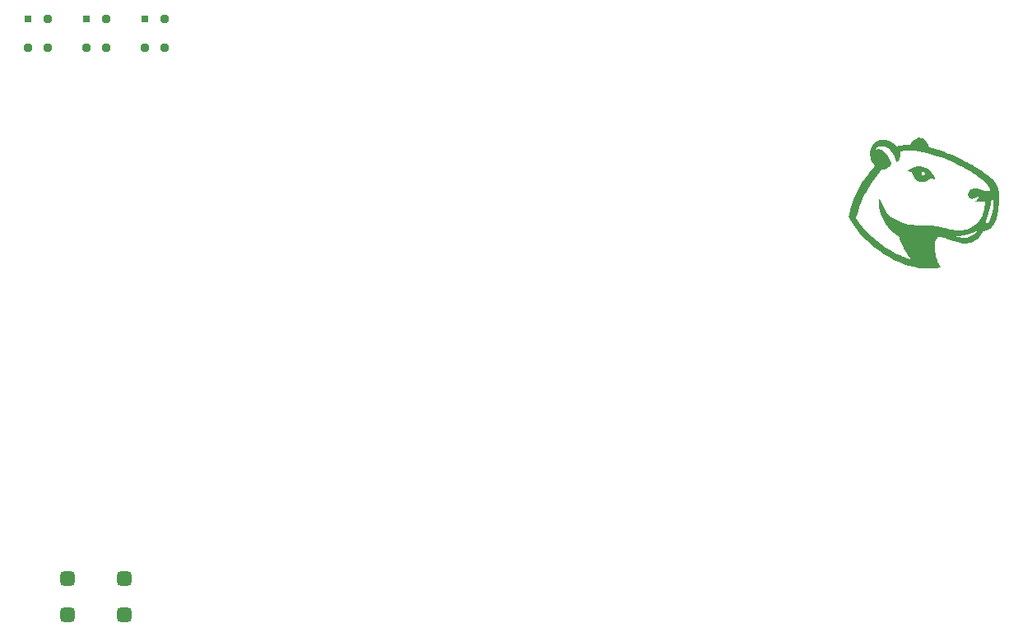
<source format=gbr>
%TF.GenerationSoftware,KiCad,Pcbnew,9.0.0*%
%TF.CreationDate,2025-08-07T18:41:01+03:00*%
%TF.ProjectId,keyatura,6b657961-7475-4726-912e-6b696361645f,rev?*%
%TF.SameCoordinates,Original*%
%TF.FileFunction,Paste,Top*%
%TF.FilePolarity,Positive*%
%FSLAX46Y46*%
G04 Gerber Fmt 4.6, Leading zero omitted, Abs format (unit mm)*
G04 Created by KiCad (PCBNEW 9.0.0) date 2025-08-07 18:41:01*
%MOMM*%
%LPD*%
G01*
G04 APERTURE LIST*
G04 Aperture macros list*
%AMRoundRect*
0 Rectangle with rounded corners*
0 $1 Rounding radius*
0 $2 $3 $4 $5 $6 $7 $8 $9 X,Y pos of 4 corners*
0 Add a 4 corners polygon primitive as box body*
4,1,4,$2,$3,$4,$5,$6,$7,$8,$9,$2,$3,0*
0 Add four circle primitives for the rounded corners*
1,1,$1+$1,$2,$3*
1,1,$1+$1,$4,$5*
1,1,$1+$1,$6,$7*
1,1,$1+$1,$8,$9*
0 Add four rect primitives between the rounded corners*
20,1,$1+$1,$2,$3,$4,$5,0*
20,1,$1+$1,$4,$5,$6,$7,0*
20,1,$1+$1,$6,$7,$8,$9,0*
20,1,$1+$1,$8,$9,$2,$3,0*%
G04 Aperture macros list end*
%ADD10C,0.000000*%
%ADD11RoundRect,0.200000X-0.200000X-0.200000X0.200000X-0.200000X0.200000X0.200000X-0.200000X0.200000X0*%
%ADD12R,0.800000X0.800000*%
%ADD13RoundRect,0.375000X0.375000X0.375000X-0.375000X0.375000X-0.375000X-0.375000X0.375000X-0.375000X0*%
G04 APERTURE END LIST*
D10*
%TO.C,G\u002A\u002A\u002A*%
G36*
X239305417Y-96981405D02*
G01*
X239485061Y-97038587D01*
X239651529Y-97131563D01*
X239802233Y-97258512D01*
X239934586Y-97417613D01*
X239943434Y-97430400D01*
X239990737Y-97508762D01*
X240037250Y-97601423D01*
X240078606Y-97697785D01*
X240110436Y-97787249D01*
X240128374Y-97859218D01*
X240130769Y-97885026D01*
X240138200Y-97920297D01*
X240146368Y-97930719D01*
X240169283Y-97938729D01*
X240223782Y-97955286D01*
X240303758Y-97978608D01*
X240403106Y-98006918D01*
X240515722Y-98038436D01*
X240522483Y-98040312D01*
X240824654Y-98126743D01*
X241113000Y-98215063D01*
X241392750Y-98307343D01*
X241669136Y-98405650D01*
X241947390Y-98512056D01*
X242232742Y-98628629D01*
X242530423Y-98757440D01*
X242845665Y-98900558D01*
X243183699Y-99060052D01*
X243549755Y-99237992D01*
X243550000Y-99238113D01*
X243836653Y-99380242D01*
X244093211Y-99510034D01*
X244325410Y-99630743D01*
X244538987Y-99745624D01*
X244739678Y-99857929D01*
X244933220Y-99970914D01*
X245125349Y-100087831D01*
X245321803Y-100211935D01*
X245528317Y-100346480D01*
X245669719Y-100440442D01*
X245947107Y-100630523D01*
X246190825Y-100807519D01*
X246403248Y-100973435D01*
X246586754Y-101130274D01*
X246743719Y-101280041D01*
X246876518Y-101424740D01*
X246959500Y-101528231D01*
X247048443Y-101662403D01*
X247134531Y-101821350D01*
X247211077Y-101990956D01*
X247271397Y-102157107D01*
X247292657Y-102231615D01*
X247313635Y-102323417D01*
X247330242Y-102419828D01*
X247342655Y-102525351D01*
X247351051Y-102644489D01*
X247355608Y-102781745D01*
X247356503Y-102941621D01*
X247353912Y-103128620D01*
X247348013Y-103347245D01*
X247342689Y-103502941D01*
X247328617Y-103822470D01*
X247310420Y-104107465D01*
X247287262Y-104362328D01*
X247258311Y-104591463D01*
X247222732Y-104799274D01*
X247179691Y-104990164D01*
X247128356Y-105168535D01*
X247067890Y-105338792D01*
X246997462Y-105505338D01*
X246941140Y-105623371D01*
X246820091Y-105846512D01*
X246695682Y-106033827D01*
X246564272Y-106188565D01*
X246422220Y-106313975D01*
X246265885Y-106413307D01*
X246091626Y-106489811D01*
X245910350Y-106543305D01*
X245823016Y-106564995D01*
X245765252Y-106582660D01*
X245728461Y-106600659D01*
X245704047Y-106623352D01*
X245683412Y-106655097D01*
X245680787Y-106659712D01*
X245607227Y-106776781D01*
X245512392Y-106908133D01*
X245404837Y-107042809D01*
X245293115Y-107169849D01*
X245236369Y-107229096D01*
X245048034Y-107400541D01*
X244850886Y-107542762D01*
X244643162Y-107655887D01*
X244423099Y-107740048D01*
X244188934Y-107795373D01*
X243938904Y-107821994D01*
X243671248Y-107820040D01*
X243384201Y-107789640D01*
X243076001Y-107730926D01*
X242744885Y-107644026D01*
X242389091Y-107529071D01*
X242183022Y-107454227D01*
X241947945Y-107369089D01*
X241743505Y-107302277D01*
X241566310Y-107252906D01*
X241412968Y-107220089D01*
X241280089Y-107202942D01*
X241208947Y-107199807D01*
X241106503Y-107202968D01*
X241032207Y-107218495D01*
X240975680Y-107252557D01*
X240926544Y-107311322D01*
X240876249Y-107397533D01*
X240812881Y-107549378D01*
X240767361Y-107730993D01*
X240739451Y-107937510D01*
X240728914Y-108164059D01*
X240735513Y-108405770D01*
X240759011Y-108657774D01*
X240799170Y-108915203D01*
X240855752Y-109173186D01*
X240928522Y-109426853D01*
X240982766Y-109582782D01*
X241034050Y-109710893D01*
X241094993Y-109848713D01*
X241159954Y-109984441D01*
X241223295Y-110106272D01*
X241277093Y-110198803D01*
X241304405Y-110245146D01*
X241318665Y-110275540D01*
X241319141Y-110281268D01*
X241295948Y-110289979D01*
X241242805Y-110304650D01*
X241168036Y-110323355D01*
X241079964Y-110344170D01*
X240986913Y-110365167D01*
X240897205Y-110384421D01*
X240819165Y-110400007D01*
X240765769Y-110409307D01*
X240684755Y-110418168D01*
X240572900Y-110425594D01*
X240438417Y-110431455D01*
X240289520Y-110435624D01*
X240134424Y-110437972D01*
X239981342Y-110438372D01*
X239838488Y-110436694D01*
X239714075Y-110432810D01*
X239622769Y-110427162D01*
X239112703Y-110364801D01*
X238597096Y-110265394D01*
X238078405Y-110130145D01*
X237559084Y-109960258D01*
X237041592Y-109756938D01*
X236528384Y-109521389D01*
X236021916Y-109254813D01*
X235524645Y-108958417D01*
X235039027Y-108633402D01*
X234567518Y-108280975D01*
X234112576Y-107902337D01*
X233705261Y-107526538D01*
X233458405Y-107277759D01*
X233215989Y-107015369D01*
X232981815Y-106744282D01*
X232759682Y-106469415D01*
X232553388Y-106195681D01*
X232366733Y-105927996D01*
X232203517Y-105671275D01*
X232067539Y-105430434D01*
X232033651Y-105364078D01*
X231979389Y-105254973D01*
X232666773Y-105254973D01*
X232709604Y-105325910D01*
X232826049Y-105505885D01*
X232968853Y-105705009D01*
X233133769Y-105918137D01*
X233316551Y-106140121D01*
X233512950Y-106365815D01*
X233718721Y-106590072D01*
X233929617Y-106807747D01*
X233945654Y-106823795D01*
X234352562Y-107208618D01*
X234786111Y-107578250D01*
X235241138Y-107929207D01*
X235712481Y-108258004D01*
X236194978Y-108561157D01*
X236683467Y-108835179D01*
X237172787Y-109076587D01*
X237483308Y-109212075D01*
X237571747Y-109247614D01*
X237676007Y-109287883D01*
X237789656Y-109330575D01*
X237906262Y-109373385D01*
X238019394Y-109414007D01*
X238122619Y-109450134D01*
X238209508Y-109479462D01*
X238273627Y-109499684D01*
X238308545Y-109508494D01*
X238310618Y-109508681D01*
X238311936Y-109496275D01*
X238290766Y-109462671D01*
X238251622Y-109414920D01*
X238247977Y-109410842D01*
X238116636Y-109253779D01*
X237978678Y-109068920D01*
X237840257Y-108865404D01*
X237707525Y-108652365D01*
X237586638Y-108438940D01*
X237562129Y-108392622D01*
X237495035Y-108256908D01*
X237420848Y-108094694D01*
X237344086Y-107916792D01*
X237269266Y-107734014D01*
X237200907Y-107557171D01*
X237143529Y-107397075D01*
X237133108Y-107366024D01*
X237080012Y-107205511D01*
X236882718Y-107052694D01*
X242756783Y-107052694D01*
X242758692Y-107063324D01*
X242784724Y-107074780D01*
X242841928Y-107092821D01*
X242923301Y-107115682D01*
X243021843Y-107141596D01*
X243130550Y-107168796D01*
X243242422Y-107195514D01*
X243350455Y-107219986D01*
X243447649Y-107240443D01*
X243501154Y-107250653D01*
X243723140Y-107276775D01*
X243930798Y-107273381D01*
X244062574Y-107253746D01*
X244231163Y-107203600D01*
X244409831Y-107124606D01*
X244589371Y-107021906D01*
X244760579Y-106900637D01*
X244883731Y-106795236D01*
X244946164Y-106733389D01*
X245005497Y-106668666D01*
X245057007Y-106607066D01*
X245095975Y-106554591D01*
X245117677Y-106517240D01*
X245117393Y-106501014D01*
X245115444Y-106500769D01*
X245087687Y-106515005D01*
X245084063Y-106519832D01*
X245057248Y-106543137D01*
X245002082Y-106577692D01*
X244926187Y-106619481D01*
X244837182Y-106664489D01*
X244742689Y-106708697D01*
X244652876Y-106747067D01*
X244552652Y-106784281D01*
X244424584Y-106827067D01*
X244278948Y-106872404D01*
X244126019Y-106917265D01*
X243976071Y-106958627D01*
X243839382Y-106993466D01*
X243737540Y-107016467D01*
X243574108Y-107044417D01*
X243399996Y-107064324D01*
X243224859Y-107075794D01*
X243058352Y-107078433D01*
X242910132Y-107071845D01*
X242789852Y-107055637D01*
X242788000Y-107055254D01*
X242756783Y-107052694D01*
X236882718Y-107052694D01*
X236833191Y-107014332D01*
X236497340Y-106734988D01*
X236193349Y-106442470D01*
X235921948Y-106138185D01*
X235683869Y-105823542D01*
X235479843Y-105499949D01*
X235310600Y-105168815D01*
X235176871Y-104831549D01*
X235079389Y-104489558D01*
X235018883Y-104144251D01*
X234996085Y-103797036D01*
X235007309Y-103496643D01*
X235019647Y-103358637D01*
X235030445Y-103257830D01*
X235040780Y-103192431D01*
X235051727Y-103160649D01*
X235064362Y-103160695D01*
X235079763Y-103190777D01*
X235099004Y-103249105D01*
X235117457Y-103313367D01*
X235235610Y-103665734D01*
X235387209Y-103999109D01*
X235570702Y-104311880D01*
X235784535Y-104602436D01*
X236027155Y-104869165D01*
X236297010Y-105110455D01*
X236592547Y-105324696D01*
X236912213Y-105510275D01*
X237254455Y-105665582D01*
X237454000Y-105738264D01*
X237590337Y-105782283D01*
X237718905Y-105820099D01*
X237844180Y-105852253D01*
X237970639Y-105879286D01*
X238102758Y-105901740D01*
X238245013Y-105920154D01*
X238401882Y-105935071D01*
X238577839Y-105947030D01*
X238777362Y-105956574D01*
X239004927Y-105964243D01*
X239265011Y-105970577D01*
X239398077Y-105973216D01*
X239638456Y-105978006D01*
X239844364Y-105982836D01*
X240020407Y-105987969D01*
X240171191Y-105993668D01*
X240301321Y-106000195D01*
X240415403Y-106007812D01*
X240518042Y-106016783D01*
X240613845Y-106027370D01*
X240707416Y-106039835D01*
X240792543Y-106052721D01*
X240883823Y-106068560D01*
X241004958Y-106091625D01*
X241147763Y-106120201D01*
X241304051Y-106152573D01*
X241465636Y-106187029D01*
X241624334Y-106221852D01*
X241771959Y-106255328D01*
X241869514Y-106278287D01*
X242110032Y-106335141D01*
X242318174Y-106382095D01*
X242499159Y-106419899D01*
X242658208Y-106449307D01*
X242800542Y-106471071D01*
X242931381Y-106485942D01*
X243055945Y-106494672D01*
X243179454Y-106498014D01*
X243307129Y-106496719D01*
X243371544Y-106494667D01*
X243612807Y-106478271D01*
X243829657Y-106446490D01*
X244034741Y-106396335D01*
X244240703Y-106324816D01*
X244424207Y-106245782D01*
X244676449Y-106107833D01*
X244910908Y-105936605D01*
X245125260Y-105734707D01*
X245267550Y-105564218D01*
X245982184Y-105564218D01*
X245989042Y-105579323D01*
X246029912Y-105646843D01*
X246064258Y-105723630D01*
X246085642Y-105793912D01*
X246089571Y-105825640D01*
X246090000Y-105883204D01*
X246159859Y-105815871D01*
X246205816Y-105765441D01*
X246260912Y-105696197D01*
X246313720Y-105622552D01*
X246316916Y-105617784D01*
X246440216Y-105403622D01*
X246546723Y-105157537D01*
X246635281Y-104883420D01*
X246704734Y-104585160D01*
X246753925Y-104266646D01*
X246771643Y-104087769D01*
X246784153Y-103919581D01*
X246793649Y-103765842D01*
X246800022Y-103630589D01*
X246803163Y-103517856D01*
X246802961Y-103431681D01*
X246799308Y-103376098D01*
X246792092Y-103355145D01*
X246791552Y-103355077D01*
X246763663Y-103359561D01*
X246710047Y-103371265D01*
X246648523Y-103386120D01*
X246524938Y-103417164D01*
X246511780Y-103586389D01*
X246480054Y-103869163D01*
X246428946Y-104166351D01*
X246361078Y-104467702D01*
X246279074Y-104762965D01*
X246185554Y-105041890D01*
X246083143Y-105294227D01*
X246064407Y-105335092D01*
X246021822Y-105428427D01*
X245995240Y-105493462D01*
X245982685Y-105536594D01*
X245982184Y-105564218D01*
X245267550Y-105564218D01*
X245317182Y-105504750D01*
X245484348Y-105249344D01*
X245624436Y-104971098D01*
X245678945Y-104836680D01*
X245748352Y-104630682D01*
X245812531Y-104398978D01*
X245868451Y-104154880D01*
X245913081Y-103911696D01*
X245943388Y-103682736D01*
X245944621Y-103670390D01*
X245951137Y-103597080D01*
X245951905Y-103555092D01*
X245945637Y-103536928D01*
X245931043Y-103535090D01*
X245921778Y-103537483D01*
X245890789Y-103542289D01*
X245827958Y-103548782D01*
X245740453Y-103556334D01*
X245635438Y-103564319D01*
X245542923Y-103570643D01*
X245392243Y-103578084D01*
X245250998Y-103580611D01*
X245124695Y-103578474D01*
X245018840Y-103571924D01*
X244938940Y-103561212D01*
X244890502Y-103546590D01*
X244881943Y-103540536D01*
X244890917Y-103523374D01*
X244924191Y-103484604D01*
X244977254Y-103429021D01*
X245045595Y-103361417D01*
X245093538Y-103315684D01*
X245184257Y-103229087D01*
X245247032Y-103164750D01*
X245283136Y-103118982D01*
X245293842Y-103088096D01*
X245280424Y-103068403D01*
X245244155Y-103056212D01*
X245186309Y-103047836D01*
X245186010Y-103047802D01*
X245143061Y-103045417D01*
X245102205Y-103050911D01*
X245054250Y-103067346D01*
X244990003Y-103097785D01*
X244911402Y-103139280D01*
X244780628Y-103203617D01*
X244671756Y-103242203D01*
X244578279Y-103256116D01*
X244493689Y-103246436D01*
X244423329Y-103220180D01*
X244333015Y-103155912D01*
X244260866Y-103063935D01*
X244209202Y-102952259D01*
X244180343Y-102828895D01*
X244176610Y-102701855D01*
X244200324Y-102579148D01*
X244221875Y-102524692D01*
X244300027Y-102403041D01*
X244405772Y-102307787D01*
X244537319Y-102239566D01*
X244692875Y-102199018D01*
X244870651Y-102186780D01*
X245068852Y-102203488D01*
X245106946Y-102209687D01*
X245187110Y-102226563D01*
X245293564Y-102253160D01*
X245415615Y-102286587D01*
X245542568Y-102323952D01*
X245624716Y-102349645D01*
X245795251Y-102402063D01*
X245935212Y-102439379D01*
X246049699Y-102462442D01*
X246143811Y-102472100D01*
X246222647Y-102469202D01*
X246278224Y-102458391D01*
X246352317Y-102429284D01*
X246393927Y-102386972D01*
X246409250Y-102323792D01*
X246409569Y-102296006D01*
X246396834Y-102229269D01*
X246364179Y-102140228D01*
X246315780Y-102037343D01*
X246255813Y-101929073D01*
X246188452Y-101823880D01*
X246150860Y-101771843D01*
X246008866Y-101604525D01*
X245830159Y-101428482D01*
X245615942Y-101244455D01*
X245367415Y-101053182D01*
X245085782Y-100855403D01*
X244772242Y-100651857D01*
X244427998Y-100443284D01*
X244054250Y-100230424D01*
X243652202Y-100014015D01*
X243223053Y-99794796D01*
X242768006Y-99573509D01*
X242288262Y-99350891D01*
X242026000Y-99233328D01*
X241851539Y-99156761D01*
X241701112Y-99092677D01*
X241563505Y-99036688D01*
X241427506Y-98984403D01*
X241281901Y-98931434D01*
X241115477Y-98873393D01*
X241043592Y-98848804D01*
X240525996Y-98683608D01*
X240030982Y-98548557D01*
X239556774Y-98443238D01*
X239101597Y-98367240D01*
X238824507Y-98334301D01*
X238720840Y-98326463D01*
X238594483Y-98320907D01*
X238450646Y-98317508D01*
X238294538Y-98316142D01*
X238131371Y-98316684D01*
X237966356Y-98319010D01*
X237804701Y-98322996D01*
X237651619Y-98328517D01*
X237512319Y-98335449D01*
X237392012Y-98343668D01*
X237295908Y-98353049D01*
X237229218Y-98363468D01*
X237199495Y-98373081D01*
X237187207Y-98394761D01*
X237192272Y-98439671D01*
X237198226Y-98462874D01*
X237220595Y-98602356D01*
X237218238Y-98758080D01*
X237192914Y-98917554D01*
X237146380Y-99068286D01*
X237099138Y-99167178D01*
X237060286Y-99227968D01*
X237009019Y-99298899D01*
X236952627Y-99370901D01*
X236898401Y-99434902D01*
X236853633Y-99481830D01*
X236832000Y-99499557D01*
X236810630Y-99508951D01*
X236796030Y-99499674D01*
X236783330Y-99464726D01*
X236770837Y-99411634D01*
X236694944Y-99132346D01*
X236595658Y-98874770D01*
X236474724Y-98641956D01*
X236333886Y-98436956D01*
X236174887Y-98262821D01*
X236057591Y-98163827D01*
X235895984Y-98057389D01*
X235725806Y-97972539D01*
X235552054Y-97909952D01*
X235379722Y-97870299D01*
X235213806Y-97854254D01*
X235059303Y-97862489D01*
X234921206Y-97895677D01*
X234804513Y-97954492D01*
X234760675Y-97989170D01*
X234712296Y-98047501D01*
X234666109Y-98127237D01*
X234632016Y-98211155D01*
X234626565Y-98233678D01*
X234633145Y-98241129D01*
X234658604Y-98232475D01*
X234709789Y-98206684D01*
X234729186Y-98196501D01*
X234855350Y-98150237D01*
X234989116Y-98136653D01*
X235119409Y-98156290D01*
X235171265Y-98174933D01*
X235299367Y-98244161D01*
X235433293Y-98341229D01*
X235569091Y-98460986D01*
X235702810Y-98598280D01*
X235830501Y-98747960D01*
X235948212Y-98904875D01*
X236051993Y-99063874D01*
X236137892Y-99219804D01*
X236201960Y-99367516D01*
X236240245Y-99501856D01*
X236249475Y-99580813D01*
X236248122Y-99632250D01*
X236237121Y-99676715D01*
X236211640Y-99726216D01*
X236166849Y-99792756D01*
X236160761Y-99801316D01*
X236022532Y-99969770D01*
X235875119Y-100100554D01*
X235718729Y-100193534D01*
X235553572Y-100248578D01*
X235436500Y-100264264D01*
X235281930Y-100273212D01*
X235112436Y-100470875D01*
X234821356Y-100823439D01*
X234549431Y-101180916D01*
X234291408Y-101550983D01*
X234042031Y-101941318D01*
X233796049Y-102359596D01*
X233691876Y-102546561D01*
X233501736Y-102902814D01*
X233335430Y-103236489D01*
X233190467Y-103553888D01*
X233064356Y-103861310D01*
X232954605Y-104165057D01*
X232858722Y-104471430D01*
X232774216Y-104786729D01*
X232727149Y-104986318D01*
X232666773Y-105254973D01*
X231979389Y-105254973D01*
X231904190Y-105103769D01*
X231943261Y-104888846D01*
X232056792Y-104367023D01*
X232207783Y-103845209D01*
X232396650Y-103322178D01*
X232623808Y-102796701D01*
X232716936Y-102602846D01*
X232983477Y-102089454D01*
X233260715Y-101609513D01*
X233551881Y-101158115D01*
X233860204Y-100730352D01*
X234188917Y-100321319D01*
X234316192Y-100173926D01*
X234392955Y-100085917D01*
X234459942Y-100007635D01*
X234513156Y-99943875D01*
X234548597Y-99899433D01*
X234562267Y-99879103D01*
X234562308Y-99878774D01*
X234551289Y-99856089D01*
X234522719Y-99813062D01*
X234491446Y-99770508D01*
X234366064Y-99583782D01*
X234258873Y-99379040D01*
X234175378Y-99168272D01*
X234121081Y-98963471D01*
X234121063Y-98963379D01*
X234103244Y-98832781D01*
X234094206Y-98682160D01*
X234093771Y-98524108D01*
X234101761Y-98371216D01*
X234117998Y-98236076D01*
X234132347Y-98165856D01*
X234205038Y-97947866D01*
X234306535Y-97751931D01*
X234434527Y-97580654D01*
X234586702Y-97436638D01*
X234760751Y-97322488D01*
X234953077Y-97241217D01*
X235099493Y-97205515D01*
X235265917Y-97183097D01*
X235435063Y-97175577D01*
X235576718Y-97183032D01*
X235776289Y-97220642D01*
X235986619Y-97287860D01*
X236198911Y-97380462D01*
X236404369Y-97494224D01*
X236594196Y-97624922D01*
X236723236Y-97733572D01*
X236842396Y-97843966D01*
X237065159Y-97806098D01*
X237290702Y-97771109D01*
X237529601Y-97739974D01*
X237764996Y-97714692D01*
X237980027Y-97697261D01*
X237986771Y-97696831D01*
X238197157Y-97683543D01*
X238269092Y-97546651D01*
X238363530Y-97401121D01*
X238482799Y-97271300D01*
X238620927Y-97160447D01*
X238771943Y-97071818D01*
X238929872Y-97008670D01*
X239088744Y-96974263D01*
X239242585Y-96971853D01*
X239305417Y-96981405D01*
G37*
G36*
X239336262Y-99931681D02*
G01*
X239574120Y-99982325D01*
X239805434Y-100070069D01*
X240028046Y-100194561D01*
X240239798Y-100355455D01*
X240313735Y-100422967D01*
X240425437Y-100537701D01*
X240525503Y-100655676D01*
X240611533Y-100772620D01*
X240681128Y-100884262D01*
X240731887Y-100986329D01*
X240761409Y-101074549D01*
X240767294Y-101144651D01*
X240747142Y-101192363D01*
X240746445Y-101193071D01*
X240701269Y-101219071D01*
X240667127Y-101225384D01*
X240626111Y-101218506D01*
X240563387Y-101200738D01*
X240491016Y-101176382D01*
X240421053Y-101149738D01*
X240365558Y-101125107D01*
X240337552Y-101107829D01*
X240315433Y-101112093D01*
X240271213Y-101142138D01*
X240209142Y-101194892D01*
X240180831Y-101221130D01*
X240107619Y-101286022D01*
X240031238Y-101346639D01*
X239964403Y-101393112D01*
X239943300Y-101405472D01*
X239775728Y-101474405D01*
X239593683Y-101511746D01*
X239406709Y-101516728D01*
X239224349Y-101488585D01*
X239157042Y-101468636D01*
X238968656Y-101384757D01*
X238804006Y-101270548D01*
X238665232Y-101128245D01*
X238554471Y-100960085D01*
X238473862Y-100768302D01*
X238467439Y-100747569D01*
X238438848Y-100653749D01*
X238436062Y-100645581D01*
X239375332Y-100645581D01*
X239390581Y-100719161D01*
X239431143Y-100781183D01*
X239464274Y-100806280D01*
X239537870Y-100827153D01*
X239616002Y-100817108D01*
X239683268Y-100778836D01*
X239696038Y-100765801D01*
X239735108Y-100694682D01*
X239737488Y-100618641D01*
X239703633Y-100544896D01*
X239680441Y-100518051D01*
X239636403Y-100479928D01*
X239596260Y-100466001D01*
X239542156Y-100469052D01*
X239481877Y-100483991D01*
X239433523Y-100507398D01*
X239426975Y-100512601D01*
X239386946Y-100572657D01*
X239375332Y-100645581D01*
X238436062Y-100645581D01*
X238417326Y-100590662D01*
X238398922Y-100551549D01*
X238379682Y-100529654D01*
X238355655Y-100518218D01*
X238329597Y-100511902D01*
X238274175Y-100496996D01*
X238204564Y-100473933D01*
X238129955Y-100446356D01*
X238059536Y-100417909D01*
X238002498Y-100392236D01*
X237968029Y-100372980D01*
X237962000Y-100366153D01*
X237977727Y-100348610D01*
X238019990Y-100316422D01*
X238081413Y-100274361D01*
X238154620Y-100227199D01*
X238232234Y-100179704D01*
X238306880Y-100136650D01*
X238362538Y-100107082D01*
X238604997Y-100005836D01*
X238849542Y-99943087D01*
X239094016Y-99918485D01*
X239336262Y-99931681D01*
G37*
%TD*%
D11*
%TO.C,R2*%
X161480000Y-87730000D03*
X159480000Y-87730000D03*
%TD*%
%TO.C,R1*%
X155480000Y-87730000D03*
X153480000Y-87730000D03*
%TD*%
%TO.C,R0*%
X149480000Y-87730000D03*
X147480000Y-87730000D03*
%TD*%
%TO.C,L2*%
X161480000Y-84730000D03*
D12*
X159480000Y-84730000D03*
%TD*%
D11*
%TO.C,L1*%
X155480000Y-84730000D03*
D12*
X153480000Y-84730000D03*
%TD*%
D11*
%TO.C,L0*%
X149480000Y-84730000D03*
D12*
X147480000Y-84730000D03*
%TD*%
D13*
%TO.C,RST_BTN1*%
X157350000Y-146020000D03*
X151550000Y-146020000D03*
X157350000Y-142320000D03*
X151550000Y-142320000D03*
%TD*%
M02*

</source>
